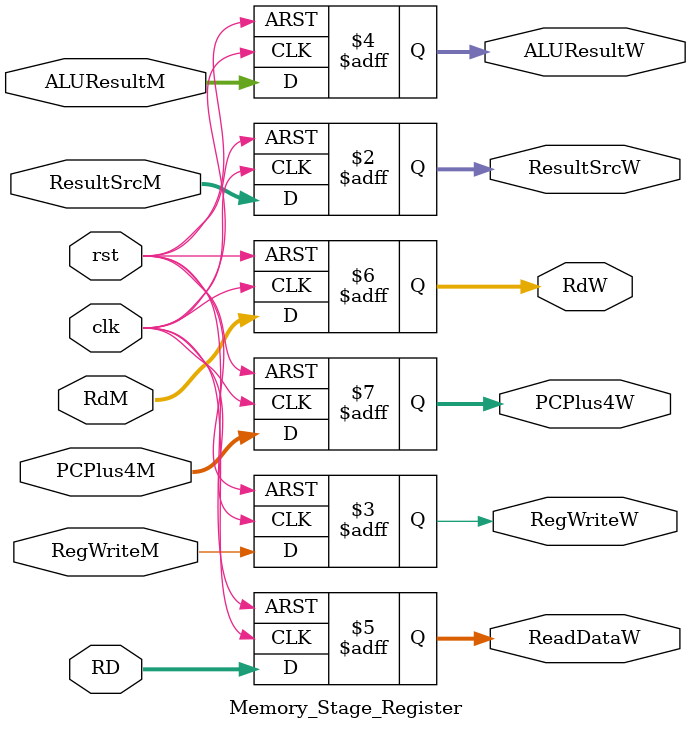
<source format=v>
`timescale 1ns / 1ps


module M_TopModule(
    input clk,
    input rst,

    // ===== Control signals from Execute stage =====
    input [1:0]  ResultSrcM,
    input        RegWriteM,
    input        MemWriteM,          // we cho DMEM

    // ===== Data from Execute stage =====
    input [31:0] ALUResultM,
    input [31:0] WriteDataM,         // du lieu store
    input [4:0]  RdM,
    input [31:0] PCPlus4M,

    // ===== Outputs to Writeback stage =====
    output [1:0]  ResultSrcW,
    output        RegWriteW,
    output [31:0] ALUResultW,
    output [31:0] ReadDataW,
    output [4:0]  RdW,
    output [31:0] PCPlus4W
    
);

    // ===== Internal wire =====
    wire [31:0] ReadDataM;

    // ===== Data Memory =====
    M_DMEM Dmem (
        .clk(clk),
        .We(MemWriteM),
        .WD(WriteDataM),
        .ALUResultM(ALUResultM),
        .RD(ReadDataM)
    );

    // ===== Memory → Writeback Pipeline Register =====
    Memory_Stage_Register MW_Reg (
        .clk(clk),
        .rst(rst),

        // control
        .ResultSrcM(ResultSrcM),
        .RegWriteM(RegWriteM),

        // data
        .ALUResultM(ALUResultM),
        .RD(ReadDataM),
        .RdM(RdM),
        .PCPlus4M(PCPlus4M),

        // output
        .ResultSrcW(ResultSrcW),
        .RegWriteW(RegWriteW),
        .ALUResultW(ALUResultW),
        .ReadDataW(ReadDataW),
        .RdW(RdW),
        .PCPlus4W(PCPlus4W)
    );
endmodule














module M_DMEM(
    input clk,
    input We,
    input  [31:0] WD,
    input  [31:0] ALUResultM,
    output reg [31:0] RD
);
    (* ram_style = "block" *)
    reg [31:0] DMEM [1023:0];

    always @(posedge clk) begin
        if (We) begin 
            DMEM[ALUResultM[9:2]] <= WD;
        end
        RD <= DMEM[ALUResultM[9:2]];
    end   
endmodule









module Memory_Stage_Register(
    input clk,
    input rst,
    
    //===== INPUT SIGNAL =====
    input [1:0] ResultSrcM,
    input       RegWriteM,
    
    //===== INPUT DATA =====
    input [31:0] ALUResultM,
    input [31:0] RD,
    input [4:0]  RdM,
    input [31:0] PCPlus4M,
    
    //===== OUTPUT SIGNAL =====
    output reg [1:0] ResultSrcW,
    output reg       RegWriteW,
    
    //===== OUTPUT DATA =====
    output reg [31:0] ALUResultW,
    output reg [31:0] ReadDataW,
    output reg [4:0]  RdW,
    output reg [31:0] PCPlus4W
);
    
    always @(posedge clk or posedge rst) begin
        if (rst) begin
            ResultSrcW <= 2'b0;
            RegWriteW  <= 1'b0;
            ALUResultW <= 32'b0;
            ReadDataW  <= 32'b0;
            RdW        <= 5'b0;
            PCPlus4W   <= 32'b0;
        end
        else begin
            ResultSrcW <= ResultSrcM;
            RegWriteW  <= RegWriteM;
            ALUResultW <= ALUResultM;
            ReadDataW  <= RD;
            RdW        <= RdM;
            PCPlus4W   <= PCPlus4M;
        end
    end
endmodule


</source>
